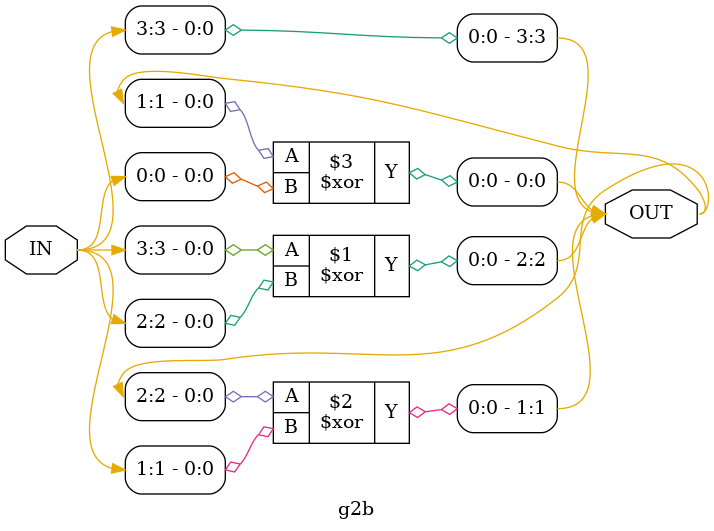
<source format=v>

module g2b #(parameter DATAWIDTH = 4)(input [DATAWIDTH-1:0] IN,output [DATAWIDTH-1:0] OUT);


// Keep the MSB as it is
assign OUT[DATAWIDTH - 1] = IN[DATAWIDTH - 1];

// XORing each subsequent output bit with its upnext gray bit 
genvar i;
generate
	for(i = DATAWIDTH-2; i >= 0; i = i - 1)begin
		assign OUT[i] = OUT[i+1] ^ IN[i];
	end
endgenerate

endmodule

</source>
